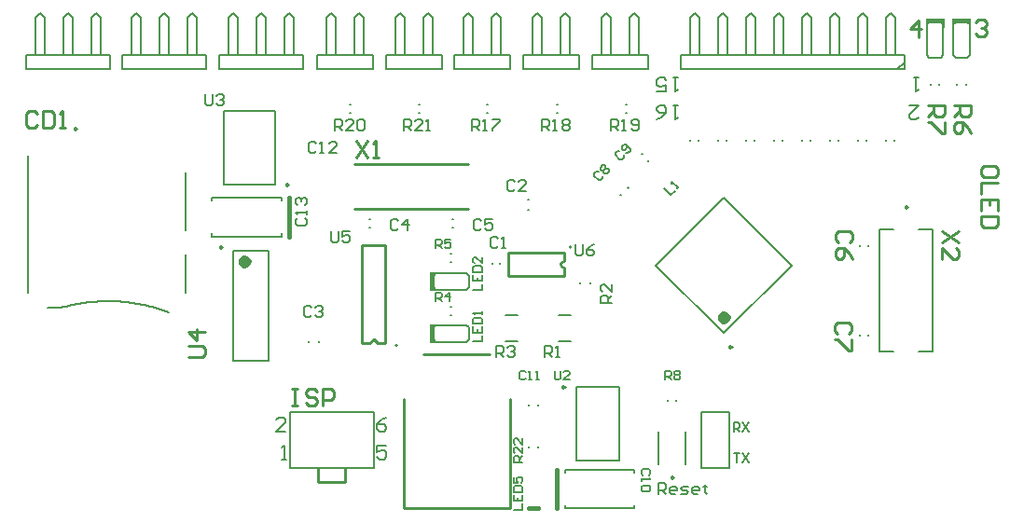
<source format=gto>
G04*
G04 #@! TF.GenerationSoftware,Altium Limited,Altium Designer,19.0.15 (446)*
G04*
G04 Layer_Color=65535*
%FSLAX25Y25*%
%MOIN*%
G70*
G01*
G75*
%ADD10C,0.01000*%
%ADD11C,0.00787*%
%ADD12C,0.00984*%
%ADD13C,0.02362*%
%ADD14C,0.00800*%
%ADD15C,0.01575*%
%ADD16C,0.00600*%
%ADD17R,0.00650X0.02300*%
%ADD18R,0.06700X0.01800*%
%ADD19R,0.00730X0.02560*%
%ADD20R,0.02300X0.00650*%
%ADD21R,0.01800X0.06700*%
%ADD22R,0.02560X0.00730*%
D10*
X219500Y92529D02*
X218616Y92163D01*
X218250Y91280D01*
X218616Y90396D01*
X219500Y90030D01*
X152620Y63000D02*
X152254Y63884D01*
X151370Y64250D01*
X150486Y63884D01*
X150120Y63000D01*
X219500Y92529D02*
Y95358D01*
Y87201D02*
Y90030D01*
X199500Y87201D02*
X219500D01*
X199500D02*
Y95358D01*
X221500Y97409D02*
Y97909D01*
X199500Y95358D02*
X204500D01*
X214500D02*
X219500D01*
X204500D02*
X214500D01*
X141000Y13500D02*
Y18000D01*
X131500Y13500D02*
X141000D01*
X131500D02*
Y18000D01*
X162000Y4000D02*
X200000D01*
X169189Y59000D02*
X192811D01*
X200000Y4000D02*
Y43000D01*
X162000Y4000D02*
Y43000D01*
X155547Y63000D02*
Y98000D01*
X147193D02*
X155547D01*
X147193Y63000D02*
Y98000D01*
Y63000D02*
X150120D01*
X152620D02*
X155547D01*
X159000Y62500D02*
X159500D01*
X144500Y127000D02*
X185000D01*
X144500Y111000D02*
X185000D01*
X374498Y123501D02*
Y125500D01*
X373498Y126500D01*
X369500D01*
X368500Y125500D01*
Y123501D01*
X369500Y122501D01*
X373498D01*
X374498Y123501D01*
Y120502D02*
X368500D01*
Y116503D01*
X374498Y110505D02*
Y114504D01*
X368500D01*
Y110505D01*
X371499Y114504D02*
Y112504D01*
X374498Y108506D02*
X368500D01*
Y105507D01*
X369500Y104507D01*
X373498D01*
X374498Y105507D01*
Y108506D01*
X360498Y103000D02*
X354500Y99001D01*
X360498D02*
X354500Y103000D01*
Y93003D02*
Y97002D01*
X358499Y93003D01*
X359498D01*
X360498Y94003D01*
Y96002D01*
X359498Y97002D01*
X145000Y135498D02*
X148999Y129500D01*
Y135498D02*
X145000Y129500D01*
X150998D02*
X152997D01*
X151998D01*
Y135498D01*
X150998Y134498D01*
X85002Y58000D02*
X90000D01*
X91000Y59000D01*
Y60999D01*
X90000Y61999D01*
X85002D01*
X91000Y66997D02*
X85002D01*
X88001Y63998D01*
Y67997D01*
X349500Y148000D02*
X355498D01*
Y145001D01*
X354498Y144001D01*
X352499D01*
X351499Y145001D01*
Y148000D01*
Y146001D02*
X349500Y144001D01*
X355498Y142002D02*
Y138003D01*
X354498D01*
X350500Y142002D01*
X349500D01*
X358800Y148000D02*
X364798D01*
Y145001D01*
X363798Y144001D01*
X361799D01*
X360800Y145001D01*
Y148000D01*
Y146001D02*
X358800Y144001D01*
X364798Y138003D02*
X363798Y140003D01*
X361799Y142002D01*
X359800D01*
X358800Y141002D01*
Y139003D01*
X359800Y138003D01*
X360800D01*
X361799Y139003D01*
Y142002D01*
X345999Y172500D02*
Y178498D01*
X343000Y175499D01*
X346999D01*
X366500Y177601D02*
X367500Y178600D01*
X369499D01*
X370499Y177601D01*
Y176601D01*
X369499Y175601D01*
X368499D01*
X369499D01*
X370499Y174602D01*
Y173602D01*
X369499Y172602D01*
X367500D01*
X366500Y173602D01*
X122000Y46801D02*
X123999D01*
X123000D01*
Y40803D01*
X122000D01*
X123999D01*
X130997Y45801D02*
X129997Y46801D01*
X127998D01*
X126998Y45801D01*
Y44802D01*
X127998Y43802D01*
X129997D01*
X130997Y42803D01*
Y41803D01*
X129997Y40803D01*
X127998D01*
X126998Y41803D01*
X132996Y40803D02*
Y46801D01*
X135995D01*
X136995Y45801D01*
Y43802D01*
X135995Y42803D01*
X132996D01*
X30999Y144998D02*
X29999Y145998D01*
X28000D01*
X27000Y144998D01*
Y141000D01*
X28000Y140000D01*
X29999D01*
X30999Y141000D01*
X32998Y145998D02*
Y140000D01*
X35997D01*
X36997Y141000D01*
Y144998D01*
X35997Y145998D01*
X32998D01*
X38996Y140000D02*
X40995D01*
X39996D01*
Y145998D01*
X38996Y144998D01*
X320998Y66501D02*
X321998Y67501D01*
Y69500D01*
X320998Y70500D01*
X317000D01*
X316000Y69500D01*
Y67501D01*
X317000Y66501D01*
X321998Y64502D02*
Y60503D01*
X320998D01*
X317000Y64502D01*
X316000D01*
X321498Y99001D02*
X322498Y100001D01*
Y102000D01*
X321498Y103000D01*
X317500D01*
X316500Y102000D01*
Y100001D01*
X317500Y99001D01*
X322498Y93003D02*
X321498Y95003D01*
X319499Y97002D01*
X317500D01*
X316500Y96002D01*
Y94003D01*
X317500Y93003D01*
X318499D01*
X319499Y94003D01*
Y97002D01*
D11*
X78051Y74174D02*
X77101Y74516D01*
X76146Y74842D01*
X75186Y75152D01*
X74221Y75447D01*
X73251Y75726D01*
X72277Y75990D01*
X71299Y76238D01*
X70317Y76470D01*
X69332Y76686D01*
X68343Y76887D01*
X67351Y77071D01*
X66356Y77240D01*
X65358Y77392D01*
X64358Y77528D01*
X63357Y77648D01*
X62353Y77752D01*
X61348Y77840D01*
X60341Y77912D01*
X59333Y77967D01*
X58325Y78006D01*
X57316Y78029D01*
X56307Y78035D01*
X55298Y78026D01*
X54290Y78000D01*
X53281Y77957D01*
X52274Y77899D01*
X51268Y77824D01*
X50263Y77733D01*
X49259Y77626D01*
X48258Y77503D01*
X47258Y77364D01*
X46261Y77208D01*
X45267Y77037D01*
X44276Y76849D01*
X43287Y76646D01*
X42302Y76426D01*
X41321Y76191D01*
X40344Y75940D01*
X39370Y75673D01*
X341000Y161000D02*
Y166000D01*
X261000D02*
X341000D01*
X261000Y161000D02*
Y166000D01*
X338500Y161000D02*
X341000Y163500D01*
X337667Y166000D02*
Y179333D01*
X336000Y181000D02*
X337667Y179333D01*
X334333D02*
X336000Y181000D01*
X334333Y166000D02*
Y179333D01*
X327667Y166000D02*
Y179333D01*
X326000Y181000D02*
X327667Y179333D01*
X324333D02*
X326000Y181000D01*
X324333Y166000D02*
Y179333D01*
X317667Y166000D02*
Y179333D01*
X316000Y181000D02*
X317667Y179333D01*
X314333D02*
X316000Y181000D01*
X314333Y166000D02*
Y179333D01*
X307667Y166000D02*
Y179333D01*
X306000Y181000D02*
X307667Y179333D01*
X304333D02*
X306000Y181000D01*
X304333Y166000D02*
Y179333D01*
X297667Y166000D02*
Y179333D01*
X296000Y181000D02*
X297667Y179333D01*
X294333D02*
X296000Y181000D01*
X294333Y166000D02*
Y179333D01*
X287667Y166000D02*
Y179333D01*
X286000Y181000D02*
X287667Y179333D01*
X284333D02*
X286000Y181000D01*
X284333Y166000D02*
Y179333D01*
X277667Y166000D02*
Y179333D01*
X276000Y181000D02*
X277667Y179333D01*
X274333D02*
X276000Y181000D01*
X274333Y166000D02*
Y179333D01*
X267667Y166000D02*
Y179333D01*
X266000Y181000D02*
X267667Y179333D01*
X264333D02*
X266000Y181000D01*
X264333Y166000D02*
Y179333D01*
X261000Y161000D02*
X341000D01*
X27000Y166000D02*
X57000D01*
X27000Y161000D02*
Y166000D01*
X57000Y161000D02*
Y166000D01*
X27000Y161000D02*
X57000D01*
X53667Y166000D02*
Y179333D01*
X52000Y181000D02*
X53667Y179333D01*
X50333D02*
X52000Y181000D01*
X50333Y166000D02*
Y179333D01*
X43667Y166000D02*
Y179333D01*
X42000Y181000D02*
X43667Y179333D01*
X40333D02*
X42000Y181000D01*
X40333Y166000D02*
Y179333D01*
X33667Y166000D02*
Y179333D01*
X32000Y181000D02*
X33667Y179333D01*
X30333D02*
X32000Y181000D01*
X30333Y166000D02*
Y179333D01*
X61500Y166000D02*
X91500D01*
X61500Y161000D02*
Y166000D01*
X91500Y161000D02*
Y166000D01*
X61500Y161000D02*
X91500D01*
X88167Y166000D02*
Y179333D01*
X86500Y181000D02*
X88167Y179333D01*
X84833D02*
X86500Y181000D01*
X84833Y166000D02*
Y179333D01*
X78167Y166000D02*
Y179333D01*
X76500Y181000D02*
X78167Y179333D01*
X74833D02*
X76500Y181000D01*
X74833Y166000D02*
Y179333D01*
X68167Y166000D02*
Y179333D01*
X66500Y181000D02*
X68167Y179333D01*
X64833D02*
X66500Y181000D01*
X64833Y166000D02*
Y179333D01*
X96000Y166000D02*
X126000D01*
X96000Y161000D02*
Y166000D01*
X126000Y161000D02*
Y166000D01*
X96000Y161000D02*
X126000D01*
X122667Y166000D02*
Y179333D01*
X121000Y181000D02*
X122667Y179333D01*
X119333D02*
X121000Y181000D01*
X119333Y166000D02*
Y179333D01*
X112667Y166000D02*
Y179333D01*
X111000Y181000D02*
X112667Y179333D01*
X109333D02*
X111000Y181000D01*
X109333Y166000D02*
Y179333D01*
X102667Y166000D02*
Y179333D01*
X101000Y181000D02*
X102667Y179333D01*
X99333D02*
X101000Y181000D01*
X99333Y166000D02*
Y179333D01*
X134333Y166000D02*
Y179333D01*
X136000Y181000D01*
X137667Y179333D01*
Y166000D02*
Y179333D01*
X144333Y166000D02*
Y179333D01*
X144333Y179333D02*
X146000Y181000D01*
X147667Y179333D01*
Y166000D02*
Y179333D01*
X131000Y161000D02*
X151000D01*
Y166000D01*
X131000Y161000D02*
Y166000D01*
X151000D01*
X158958D02*
Y179333D01*
X160625Y181000D01*
X162292Y179333D01*
Y166000D02*
Y179333D01*
X168958Y166000D02*
Y179333D01*
X168958Y179333D02*
X170625Y181000D01*
X172292Y179333D01*
Y166000D02*
Y179333D01*
X155625Y161000D02*
X175625D01*
Y166000D01*
X155625Y161000D02*
Y166000D01*
X175625D01*
X183583D02*
Y179333D01*
X185250Y181000D01*
X186917Y179333D01*
Y166000D02*
Y179333D01*
X193583Y166000D02*
Y179333D01*
X193583Y179333D02*
X195250Y181000D01*
X196917Y179333D01*
Y166000D02*
Y179333D01*
X180250Y161000D02*
X200250D01*
Y166000D01*
X180250Y161000D02*
Y166000D01*
X200250D01*
X208208D02*
Y179333D01*
X209875Y181000D01*
X211542Y179333D01*
Y166000D02*
Y179333D01*
X218208Y166000D02*
Y179333D01*
X218208Y179333D02*
X219875Y181000D01*
X221542Y179333D01*
Y166000D02*
Y179333D01*
X204875Y161000D02*
X224875D01*
Y166000D01*
X204875Y161000D02*
Y166000D01*
X224875D01*
X232833D02*
Y179333D01*
X234500Y181000D01*
X236167Y179333D01*
Y166000D02*
Y179333D01*
X242833Y166000D02*
Y179333D01*
X242833Y179333D02*
X244500Y181000D01*
X246167Y179333D01*
Y166000D02*
Y179333D01*
X229500Y161000D02*
X249500D01*
Y166000D01*
X229500Y161000D02*
Y166000D01*
X249500D01*
X34713Y75673D02*
X39370D01*
X84161Y81087D02*
Y94669D01*
Y103331D02*
Y124000D01*
X27862Y81087D02*
Y130102D01*
X101201Y56815D02*
Y96185D01*
X113799Y56815D02*
Y96185D01*
X101201D02*
X113799D01*
X101201Y56815D02*
X113799D01*
X223823Y21158D02*
X239177D01*
X223823Y47535D02*
X239177D01*
Y21158D02*
Y47535D01*
X223823Y21158D02*
Y47535D01*
X206925Y25654D02*
Y26047D01*
X210075Y25654D02*
Y26047D01*
X219642Y17890D02*
X244445D01*
X219642Y4110D02*
X244445D01*
X219642Y16807D02*
Y17890D01*
X244445Y16807D02*
Y17890D01*
X219642Y4110D02*
Y5193D01*
X244445Y4110D02*
Y5193D01*
X206728Y40803D02*
Y41197D01*
X210272Y40803D02*
Y41197D01*
X116055Y119811D02*
Y146189D01*
X97945Y119811D02*
Y146189D01*
Y119811D02*
X116055D01*
X97945Y146189D02*
X116055D01*
X93598Y101242D02*
X118402D01*
X93598Y115022D02*
X118402D01*
Y101242D02*
Y102325D01*
X93598Y101242D02*
Y102325D01*
X118402Y113939D02*
Y115022D01*
X93598Y113939D02*
Y115022D01*
X241303Y148575D02*
X241697D01*
X241303Y145425D02*
X241697D01*
X216803Y148575D02*
X217197D01*
X216803Y145425D02*
X217197D01*
X191803Y148575D02*
X192197D01*
X191803Y145425D02*
X192197D01*
X167303Y148575D02*
X167697D01*
X167303Y145425D02*
X167697D01*
X142803Y148575D02*
X143197D01*
X142803Y145425D02*
X143197D01*
X353575Y155453D02*
Y155847D01*
X350425Y155453D02*
Y155847D01*
X363075Y155453D02*
Y155847D01*
X359925Y155453D02*
Y155847D01*
X351187Y60150D02*
Y103850D01*
X332172Y60150D02*
Y103850D01*
X337152D01*
X346207D02*
X351187D01*
X332172Y60150D02*
X337152D01*
X346207D02*
X351187D01*
X325105Y65803D02*
Y66197D01*
X328254Y65803D02*
Y66197D01*
X325105Y97803D02*
Y98197D01*
X328254Y97803D02*
Y98197D01*
X276500Y115123D02*
X300720Y90903D01*
X252280D02*
X276500Y66683D01*
X252280Y90903D02*
X276500Y115123D01*
Y66683D02*
X300720Y90903D01*
X151500Y18500D02*
Y38500D01*
X121500Y18500D02*
Y38500D01*
X151500D01*
X121500Y18500D02*
X151500D01*
X132333D02*
X151500D01*
X256425Y42303D02*
Y42697D01*
X259575Y42303D02*
Y42697D01*
X253079Y19594D02*
Y31405D01*
X262921Y19594D02*
Y31405D01*
X242114Y118746D02*
X242392Y118467D01*
X239608Y116240D02*
X239886Y115962D01*
X337575Y135303D02*
Y135697D01*
X334425Y135303D02*
Y135697D01*
X327575Y135303D02*
Y135697D01*
X324425Y135303D02*
Y135697D01*
X317575Y135303D02*
Y135697D01*
X314425Y135303D02*
Y135697D01*
X247108Y130614D02*
X247387Y130892D01*
X249614Y128108D02*
X249892Y128386D01*
X307575Y135303D02*
Y135697D01*
X304425Y135303D02*
Y135697D01*
X297575Y135303D02*
Y135697D01*
X294425Y135303D02*
Y135697D01*
X287575Y135303D02*
Y135697D01*
X284425Y135303D02*
Y135697D01*
X277575Y135303D02*
Y135697D01*
X274425Y135303D02*
Y135697D01*
X267575Y135303D02*
Y135697D01*
X264425Y135303D02*
Y135697D01*
X268500Y38500D02*
X278500D01*
Y18500D02*
Y38500D01*
X268500Y18500D02*
X278500D01*
X268500D02*
Y38500D01*
X217335Y63776D02*
X221665D01*
X217335Y73224D02*
X221665D01*
X193622Y91303D02*
Y91697D01*
X196378Y91303D02*
Y91697D01*
X225228Y84357D02*
Y84750D01*
X228772Y84357D02*
Y84750D01*
X198335Y63776D02*
X202665D01*
X198335Y73224D02*
X202665D01*
X206303Y110728D02*
X206697D01*
X206303Y114272D02*
X206697D01*
X178803Y95075D02*
X179197D01*
X178803Y91925D02*
X179197D01*
X178803Y76075D02*
X179197D01*
X178803Y72925D02*
X179197D01*
X128228Y63303D02*
Y63697D01*
X131772Y63303D02*
Y63697D01*
X179303Y104425D02*
X179697D01*
X179303Y107575D02*
X179697D01*
X149803Y104425D02*
X150197D01*
X149803Y107575D02*
X150197D01*
D12*
X45087Y139748D02*
X44348Y140174D01*
Y139322D01*
X45087Y139748D01*
X97264Y97347D02*
X96526Y97773D01*
Y96920D01*
X97264Y97347D01*
X219689Y47339D02*
X218951Y47765D01*
Y46912D01*
X219689Y47339D01*
X120878Y119811D02*
X120140Y120237D01*
Y119385D01*
X120878Y119811D01*
X342172Y111724D02*
X341433Y112151D01*
Y111298D01*
X342172Y111724D01*
X279289Y61742D02*
X278551Y62168D01*
Y61316D01*
X279289Y61742D01*
X258492Y15067D02*
X257754Y15493D01*
Y14641D01*
X258492Y15067D01*
D13*
X106319Y92248D02*
X105874Y93172D01*
X104875Y93400D01*
X104074Y92760D01*
Y91736D01*
X104875Y91097D01*
X105874Y91325D01*
X106319Y92248D01*
X277681Y72251D02*
X277236Y73174D01*
X276237Y73402D01*
X275436Y72763D01*
Y71738D01*
X276237Y71099D01*
X277236Y71328D01*
X277681Y72251D01*
D14*
X349900Y177806D02*
X349050Y176956D01*
X354950D02*
X354100Y177806D01*
X349050Y166044D02*
X349900Y165194D01*
X354100D02*
X354950Y166044D01*
X359400Y177806D02*
X358550Y176956D01*
X364450D02*
X363600Y177806D01*
X358550Y166044D02*
X359400Y165194D01*
X363600D02*
X364450Y166044D01*
X172694Y82920D02*
X173544Y82070D01*
Y87970D02*
X172694Y87120D01*
X184456Y82070D02*
X185306Y82920D01*
Y87120D02*
X184456Y87970D01*
X172694Y64400D02*
X173544Y63550D01*
Y69450D02*
X172694Y68600D01*
X184456Y63550D02*
X185306Y64400D01*
Y68600D02*
X184456Y69450D01*
X349900Y177806D02*
X354100D01*
X349900Y165194D02*
X354100D01*
X349050Y166044D02*
Y176956D01*
X354950Y166044D02*
Y176956D01*
X359400Y177806D02*
X363600D01*
X359400Y165194D02*
X363600D01*
X358550Y166044D02*
Y176956D01*
X364450Y166044D02*
Y176956D01*
X172694Y82920D02*
Y87120D01*
X185306Y82920D02*
Y87120D01*
X173544Y82070D02*
X184456D01*
X173544Y87970D02*
X184456D01*
X172694Y64400D02*
Y68600D01*
X185306Y64400D02*
Y68600D01*
X173544Y63550D02*
X184456D01*
X173544Y69450D02*
X184456D01*
X260000Y148000D02*
X258334D01*
X259167D01*
Y143002D01*
X260000Y143835D01*
X252502Y143002D02*
X254169Y143835D01*
X255835Y145501D01*
Y147167D01*
X255002Y148000D01*
X253335D01*
X252502Y147167D01*
Y146334D01*
X253335Y145501D01*
X255835D01*
X260000Y158000D02*
X258334D01*
X259167D01*
Y153002D01*
X260000Y153835D01*
X252502Y153002D02*
X255835D01*
Y155501D01*
X254169Y154668D01*
X253335D01*
X252502Y155501D01*
Y157167D01*
X253335Y158000D01*
X255002D01*
X255835Y157167D01*
X346000Y158000D02*
X344334D01*
X345167D01*
Y153002D01*
X346000Y153835D01*
X342668Y148000D02*
X346000D01*
X342668Y144668D01*
Y143835D01*
X343501Y143002D01*
X345167D01*
X346000Y143835D01*
X155832Y36498D02*
X154166Y35665D01*
X152500Y33999D01*
Y32333D01*
X153333Y31500D01*
X154999D01*
X155832Y32333D01*
Y33166D01*
X154999Y33999D01*
X152500D01*
X155832Y26498D02*
X152500D01*
Y23999D01*
X154166Y24832D01*
X154999D01*
X155832Y23999D01*
Y22333D01*
X154999Y21500D01*
X153333D01*
X152500Y22333D01*
X119832Y31500D02*
X116500D01*
X119832Y34832D01*
Y35665D01*
X118999Y36498D01*
X117333D01*
X116500Y35665D01*
X118500Y21500D02*
X120166D01*
X119333D01*
Y26498D01*
X118500Y25665D01*
D15*
X216788Y4111D02*
Y17890D01*
X206925Y4004D02*
X210075D01*
X121256Y101242D02*
Y115021D01*
D16*
X253000Y9000D02*
Y12999D01*
X254999D01*
X255666Y12332D01*
Y10999D01*
X254999Y10333D01*
X253000D01*
X254333D02*
X255666Y9000D01*
X258998D02*
X257665D01*
X256999Y9667D01*
Y10999D01*
X257665Y11666D01*
X258998D01*
X259665Y10999D01*
Y10333D01*
X256999D01*
X260997Y9000D02*
X262997D01*
X263663Y9667D01*
X262997Y10333D01*
X261664D01*
X260997Y10999D01*
X261664Y11666D01*
X263663D01*
X266996Y9000D02*
X265663D01*
X264996Y9667D01*
Y10999D01*
X265663Y11666D01*
X266996D01*
X267662Y10999D01*
Y10333D01*
X264996D01*
X269661Y12332D02*
Y11666D01*
X268995D01*
X270328D01*
X269661D01*
Y9667D01*
X270328Y9000D01*
X280000Y23699D02*
X282133D01*
X281066D01*
Y20500D01*
X283199Y23699D02*
X285332Y20500D01*
Y23699D02*
X283199Y20500D01*
X280000Y31500D02*
Y34699D01*
X281599D01*
X282133Y34166D01*
Y33099D01*
X281599Y32566D01*
X280000D01*
X281066D02*
X282133Y31500D01*
X283199Y34699D02*
X285332Y31500D01*
Y34699D02*
X283199Y31500D01*
X223500Y98499D02*
Y95166D01*
X224166Y94500D01*
X225499D01*
X226166Y95166D01*
Y98499D01*
X230165D02*
X228832Y97832D01*
X227499Y96499D01*
Y95166D01*
X228165Y94500D01*
X229498D01*
X230165Y95166D01*
Y95833D01*
X229498Y96499D01*
X227499D01*
X136000Y102999D02*
Y99667D01*
X136667Y99000D01*
X137999D01*
X138666Y99667D01*
Y102999D01*
X142665D02*
X139999D01*
Y100999D01*
X141332Y101666D01*
X141998D01*
X142665Y100999D01*
Y99667D01*
X141998Y99000D01*
X140665D01*
X139999Y99667D01*
X91000Y151999D02*
Y148667D01*
X91667Y148000D01*
X92999D01*
X93666Y148667D01*
Y151999D01*
X94999Y151332D02*
X95665Y151999D01*
X96998D01*
X97664Y151332D01*
Y150666D01*
X96998Y149999D01*
X96332D01*
X96998D01*
X97664Y149333D01*
Y148667D01*
X96998Y148000D01*
X95665D01*
X94999Y148667D01*
X216000Y53199D02*
Y50533D01*
X216533Y50000D01*
X217600D01*
X218133Y50533D01*
Y53199D01*
X221332Y50000D02*
X219199D01*
X221332Y52133D01*
Y52666D01*
X220798Y53199D01*
X219732D01*
X219199Y52666D01*
X204500Y20500D02*
X201301D01*
Y22099D01*
X201834Y22633D01*
X202901D01*
X203434Y22099D01*
Y20500D01*
Y21566D02*
X204500Y22633D01*
Y25832D02*
Y23699D01*
X202367Y25832D01*
X201834D01*
X201301Y25299D01*
Y24232D01*
X201834Y23699D01*
X204500Y29031D02*
Y26898D01*
X202367Y29031D01*
X201834D01*
X201301Y28497D01*
Y27431D01*
X201834Y26898D01*
X162000Y139000D02*
Y142999D01*
X163999D01*
X164666Y142332D01*
Y140999D01*
X163999Y140333D01*
X162000D01*
X163333D02*
X164666Y139000D01*
X168665D02*
X165999D01*
X168665Y141666D01*
Y142332D01*
X167998Y142999D01*
X166665D01*
X165999Y142332D01*
X169997Y139000D02*
X171330D01*
X170664D01*
Y142999D01*
X169997Y142332D01*
X137500Y139000D02*
Y142999D01*
X139499D01*
X140166Y142332D01*
Y140999D01*
X139499Y140333D01*
X137500D01*
X138833D02*
X140166Y139000D01*
X144165D02*
X141499D01*
X144165Y141666D01*
Y142332D01*
X143498Y142999D01*
X142165D01*
X141499Y142332D01*
X145497D02*
X146164Y142999D01*
X147497D01*
X148163Y142332D01*
Y139666D01*
X147497Y139000D01*
X146164D01*
X145497Y139666D01*
Y142332D01*
X236000Y139000D02*
Y142999D01*
X237999D01*
X238666Y142332D01*
Y140999D01*
X237999Y140333D01*
X236000D01*
X237333D02*
X238666Y139000D01*
X239999D02*
X241332D01*
X240665D01*
Y142999D01*
X239999Y142332D01*
X243331Y139666D02*
X243997Y139000D01*
X245330D01*
X245997Y139666D01*
Y142332D01*
X245330Y142999D01*
X243997D01*
X243331Y142332D01*
Y141666D01*
X243997Y140999D01*
X245997D01*
X211500Y139000D02*
Y142999D01*
X213499D01*
X214166Y142332D01*
Y140999D01*
X213499Y140333D01*
X211500D01*
X212833D02*
X214166Y139000D01*
X215499D02*
X216832D01*
X216165D01*
Y142999D01*
X215499Y142332D01*
X218831D02*
X219497Y142999D01*
X220830D01*
X221497Y142332D01*
Y141666D01*
X220830Y140999D01*
X221497Y140333D01*
Y139666D01*
X220830Y139000D01*
X219497D01*
X218831Y139666D01*
Y140333D01*
X219497Y140999D01*
X218831Y141666D01*
Y142332D01*
X219497Y140999D02*
X220830D01*
X186500Y139000D02*
Y142999D01*
X188499D01*
X189166Y142332D01*
Y140999D01*
X188499Y140333D01*
X186500D01*
X187833D02*
X189166Y139000D01*
X190499D02*
X191832D01*
X191165D01*
Y142999D01*
X190499Y142332D01*
X193831Y142999D02*
X196497D01*
Y142332D01*
X193831Y139666D01*
Y139000D01*
X255500Y50000D02*
Y53199D01*
X257100D01*
X257633Y52666D01*
Y51600D01*
X257100Y51066D01*
X255500D01*
X256566D02*
X257633Y50000D01*
X258699Y52666D02*
X259232Y53199D01*
X260298D01*
X260832Y52666D01*
Y52133D01*
X260298Y51600D01*
X260832Y51066D01*
Y50533D01*
X260298Y50000D01*
X259232D01*
X258699Y50533D01*
Y51066D01*
X259232Y51600D01*
X258699Y52133D01*
Y52666D01*
X259232Y51600D02*
X260298D01*
X173500Y97000D02*
Y100199D01*
X175100D01*
X175633Y99666D01*
Y98599D01*
X175100Y98066D01*
X173500D01*
X174566D02*
X175633Y97000D01*
X178832Y100199D02*
X176699D01*
Y98599D01*
X177765Y99133D01*
X178298D01*
X178832Y98599D01*
Y97533D01*
X178298Y97000D01*
X177232D01*
X176699Y97533D01*
X173544Y78000D02*
Y81199D01*
X175144D01*
X175677Y80666D01*
Y79599D01*
X175144Y79066D01*
X173544D01*
X174610D02*
X175677Y78000D01*
X178342D02*
Y81199D01*
X176743Y79599D01*
X178876D01*
X195250Y58000D02*
Y61999D01*
X197249D01*
X197916Y61332D01*
Y59999D01*
X197249Y59333D01*
X195250D01*
X196583D02*
X197916Y58000D01*
X199249Y61332D02*
X199915Y61999D01*
X201248D01*
X201915Y61332D01*
Y60666D01*
X201248Y59999D01*
X200582D01*
X201248D01*
X201915Y59333D01*
Y58666D01*
X201248Y58000D01*
X199915D01*
X199249Y58666D01*
X236500Y77500D02*
X232501D01*
Y79499D01*
X233168Y80166D01*
X234501D01*
X235167Y79499D01*
Y77500D01*
Y78833D02*
X236500Y80166D01*
Y84165D02*
Y81499D01*
X233834Y84165D01*
X233168D01*
X232501Y83498D01*
Y82165D01*
X233168Y81499D01*
X212500Y58000D02*
Y61999D01*
X214499D01*
X215166Y61332D01*
Y59999D01*
X214499Y59333D01*
X212500D01*
X213833D02*
X215166Y58000D01*
X216499D02*
X217832D01*
X217165D01*
Y61999D01*
X216499Y61332D01*
X201301Y3500D02*
X204500D01*
Y5633D01*
X201301Y8832D02*
Y6699D01*
X204500D01*
Y8832D01*
X202901Y6699D02*
Y7765D01*
X201301Y9898D02*
X204500D01*
Y11497D01*
X203967Y12031D01*
X201834D01*
X201301Y11497D01*
Y9898D01*
Y15230D02*
Y13097D01*
X202901D01*
X202367Y14163D01*
Y14696D01*
X202901Y15230D01*
X203967D01*
X204500Y14696D01*
Y13630D01*
X203967Y13097D01*
X186801Y82070D02*
X190000D01*
Y84202D01*
X186801Y87401D02*
Y85269D01*
X190000D01*
Y87401D01*
X188400Y85269D02*
Y86335D01*
X186801Y88468D02*
X190000D01*
Y90067D01*
X189467Y90600D01*
X187334D01*
X186801Y90067D01*
Y88468D01*
X190000Y93799D02*
Y91667D01*
X187867Y93799D01*
X187334D01*
X186801Y93266D01*
Y92200D01*
X187334Y91667D01*
X186801Y63697D02*
X190000D01*
Y65829D01*
X186801Y69029D02*
Y66896D01*
X190000D01*
Y69029D01*
X188400Y66896D02*
Y67962D01*
X186801Y70095D02*
X190000D01*
Y71694D01*
X189467Y72227D01*
X187334D01*
X186801Y71694D01*
Y70095D01*
X190000Y73294D02*
Y74360D01*
Y73827D01*
X186801D01*
X187334Y73294D01*
X255238Y118262D02*
X257500Y116000D01*
X259008Y117508D01*
X259762Y118262D02*
X260516Y119016D01*
X260139Y118639D01*
X257877Y120901D01*
X257877Y120147D01*
X124168Y107666D02*
X123501Y106999D01*
Y105666D01*
X124168Y105000D01*
X126834D01*
X127500Y105666D01*
Y106999D01*
X126834Y107666D01*
X127500Y108999D02*
Y110332D01*
Y109665D01*
X123501D01*
X124168Y108999D01*
Y112331D02*
X123501Y112997D01*
Y114330D01*
X124168Y114997D01*
X124834D01*
X125501Y114330D01*
Y113664D01*
Y114330D01*
X126167Y114997D01*
X126834D01*
X127500Y114330D01*
Y112997D01*
X126834Y112331D01*
X130894Y134332D02*
X130228Y134999D01*
X128895D01*
X128228Y134332D01*
Y131667D01*
X128895Y131000D01*
X130228D01*
X130894Y131667D01*
X132227Y131000D02*
X133560D01*
X132894D01*
Y134999D01*
X132227Y134332D01*
X138225Y131000D02*
X135559D01*
X138225Y133666D01*
Y134332D01*
X137559Y134999D01*
X136226D01*
X135559Y134332D01*
X205633Y52666D02*
X205100Y53199D01*
X204033D01*
X203500Y52666D01*
Y50533D01*
X204033Y50000D01*
X205100D01*
X205633Y50533D01*
X206699Y50000D02*
X207765D01*
X207232D01*
Y53199D01*
X206699Y52666D01*
X209365Y50000D02*
X210431D01*
X209898D01*
Y53199D01*
X209365Y52666D01*
X249666Y15867D02*
X250199Y16400D01*
Y17467D01*
X249666Y18000D01*
X247533D01*
X247000Y17467D01*
Y16400D01*
X247533Y15867D01*
X247000Y14801D02*
Y13735D01*
Y14268D01*
X250199D01*
X249666Y14801D01*
Y12135D02*
X250199Y11602D01*
Y10536D01*
X249666Y10003D01*
X247533D01*
X247000Y10536D01*
Y11602D01*
X247533Y12135D01*
X249666D01*
X239231Y131780D02*
X238477Y131780D01*
X237723Y131026D01*
Y130271D01*
X239231Y128763D01*
X239985D01*
X240739Y129517D01*
Y130271D01*
X241493Y131026D02*
X242247D01*
X243001Y131780D01*
Y132534D01*
X241493Y134042D01*
X240739Y134042D01*
X239985Y133288D01*
X239985Y132534D01*
X240362Y132157D01*
X241116D01*
X242247Y133288D01*
X231623Y124393D02*
X230869Y124393D01*
X230115Y123639D01*
Y122885D01*
X231623Y121377D01*
X232377D01*
X233131Y122131D01*
Y122885D01*
X232377Y125147D02*
X232377Y125901D01*
X233131Y126655D01*
X233885Y126655D01*
X234262Y126278D01*
Y125524D01*
X235016D01*
X235393Y125147D01*
Y124393D01*
X234639Y123639D01*
X233885D01*
X233508Y124016D01*
Y124770D01*
X232754D01*
X232377Y125147D01*
X233508Y124770D02*
X234262Y125524D01*
X189666Y106832D02*
X188999Y107499D01*
X187666D01*
X187000Y106832D01*
Y104166D01*
X187666Y103500D01*
X188999D01*
X189666Y104166D01*
X193665Y107499D02*
X190999D01*
Y105499D01*
X192332Y106166D01*
X192998D01*
X193665Y105499D01*
Y104166D01*
X192998Y103500D01*
X191665D01*
X190999Y104166D01*
X160166Y106832D02*
X159499Y107499D01*
X158167D01*
X157500Y106832D01*
Y104166D01*
X158167Y103500D01*
X159499D01*
X160166Y104166D01*
X163498Y103500D02*
Y107499D01*
X161499Y105499D01*
X164164D01*
X129166Y75832D02*
X128499Y76499D01*
X127166D01*
X126500Y75832D01*
Y73167D01*
X127166Y72500D01*
X128499D01*
X129166Y73167D01*
X130499Y75832D02*
X131165Y76499D01*
X132498D01*
X133165Y75832D01*
Y75166D01*
X132498Y74499D01*
X131832D01*
X132498D01*
X133165Y73833D01*
Y73167D01*
X132498Y72500D01*
X131165D01*
X130499Y73167D01*
X201666Y120832D02*
X200999Y121499D01*
X199667D01*
X199000Y120832D01*
Y118166D01*
X199667Y117500D01*
X200999D01*
X201666Y118166D01*
X205664Y117500D02*
X202999D01*
X205664Y120166D01*
Y120832D01*
X204998Y121499D01*
X203665D01*
X202999Y120832D01*
X195666Y100332D02*
X194999Y100999D01*
X193667D01*
X193000Y100332D01*
Y97667D01*
X193667Y97000D01*
X194999D01*
X195666Y97667D01*
X196999Y97000D02*
X198332D01*
X197665D01*
Y100999D01*
X196999Y100332D01*
D17*
X348975Y177367D02*
D03*
X358475D02*
D03*
D18*
X352000Y178367D02*
D03*
X361500D02*
D03*
D19*
X354985Y177237D02*
D03*
X364485D02*
D03*
D20*
X173134Y81994D02*
D03*
Y63475D02*
D03*
D21*
X172134Y85019D02*
D03*
Y66500D02*
D03*
D22*
X173264Y88004D02*
D03*
Y69485D02*
D03*
M02*

</source>
